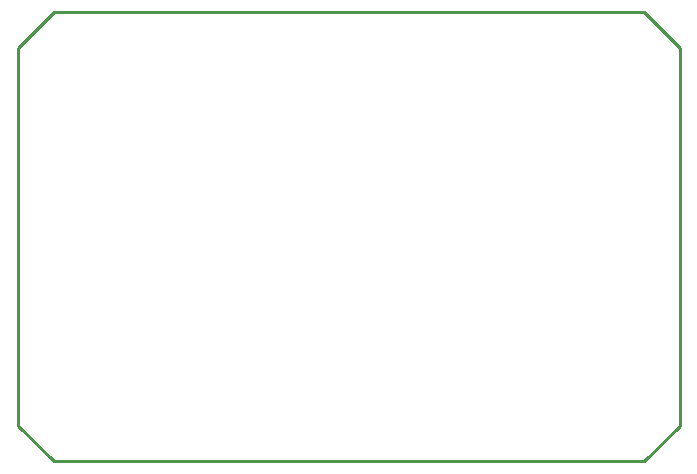
<source format=gbr>
G04*
G04 #@! TF.GenerationSoftware,Altium Limited,Altium Designer,24.0.1 (36)*
G04*
G04 Layer_Color=16711935*
%FSLAX25Y25*%
%MOIN*%
G70*
G04*
G04 #@! TF.SameCoordinates,BD3E70BB-0697-4B71-9AF7-6C14A59E7EE9*
G04*
G04*
G04 #@! TF.FilePolarity,Positive*
G04*
G01*
G75*
%ADD11C,0.01000*%
D11*
X208661Y149606D02*
X220472Y137795D01*
X0Y11811D02*
Y137795D01*
Y11811D02*
X11811Y0D01*
X208661D01*
X220472Y11811D01*
Y137795D01*
X11811Y149606D02*
X208661D01*
X0Y137795D02*
X11811Y149606D01*
M02*

</source>
